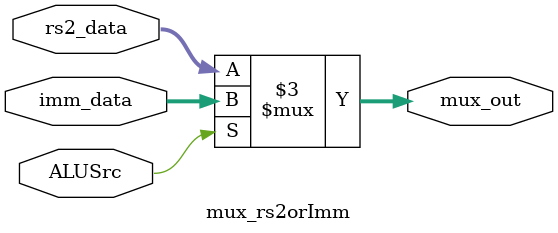
<source format=sv>
/*  
    <rv32e 立即数选择器>
    输入信号:
        1-bit ALUSrc (选择信号)
        32-bit rs2_data (寄存器2数据)
        32-bit imm_data (立即数数据)
    输出信号:
        32-bit mux_out (多路选择器输出)

    注意:
*/
module mux_rs2orImm(
    input  logic        ALUSrc,    // 选择信号：0 -> rs2, 1 -> immediate
    input  logic [31:0] rs2_data,
    input  logic [31:0] imm_data,
    output logic [31:0] mux_out   // 多路选择器输出
);

    always_comb begin
        if (ALUSrc) begin
            mux_out = imm_data; // 选择立即数
        end else begin
            mux_out = rs2_data; // 选择寄存器数据
        end
    end
endmodule
</source>
